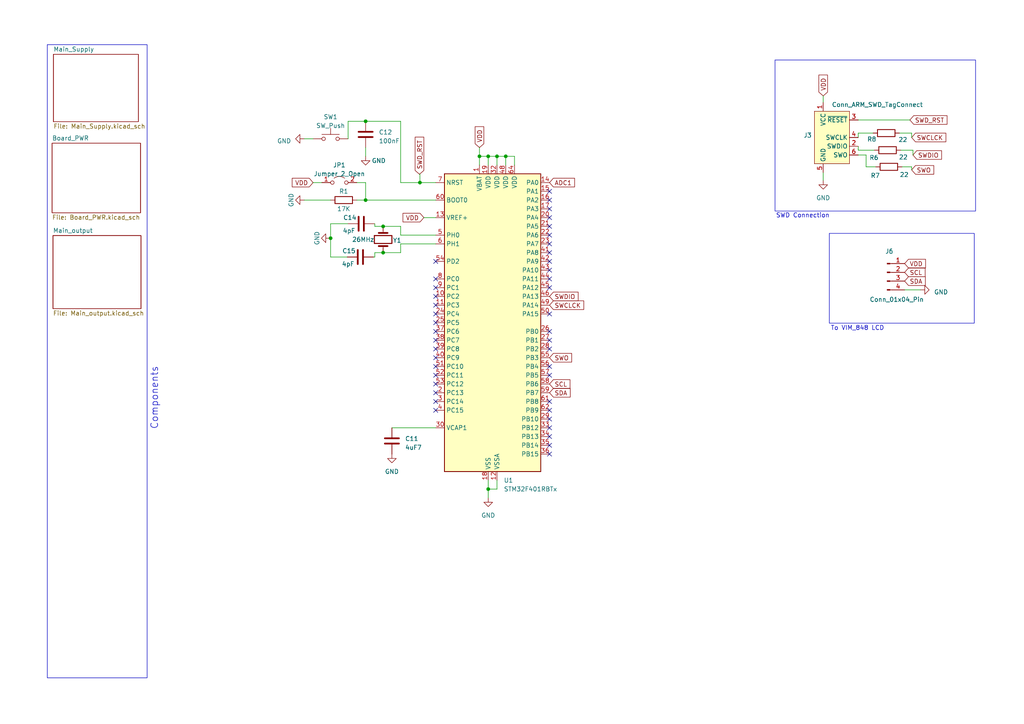
<source format=kicad_sch>
(kicad_sch (version 20230121) (generator eeschema)
  (paper "A4")
  (title_block (title "Power Supply") (date "2023-03-20") (rev "1.0") (company "Eric Mullally"))
  (lib_symbols
    (symbol "Connector:Conn_01x04_Pin" (pin_names (offset 1.016) hide)
      (property "Reference" "J" (at 0 5.08 0))
      (property "Value" "Conn_01x04_Pin" (at 0 -7.62 0))
      (symbol "Conn_01x04_Pin_1_1"
        (polyline (pts (xy 1.27 -5.08) (xy 0.8636 -5.08)) (stroke (width 0.1524)))
        (polyline (pts (xy 1.27 -2.54) (xy 0.8636 -2.54)) (stroke (width 0.1524)))
        (polyline (pts (xy 1.27 0) (xy 0.8636 0)) (stroke (width 0.1524)))
        (polyline (pts (xy 1.27 2.54) (xy 0.8636 2.54)) (stroke (width 0.1524)))
        (rectangle (start 0.8636 -4.953) (end 0 -5.207) (stroke (width 0.1524)) (fill (type outline)))
        (rectangle (start 0.8636 -2.413) (end 0 -2.667) (stroke (width 0.1524)) (fill (type outline)))
        (rectangle (start 0.8636 0.127) (end 0 -0.127) (stroke (width 0.1524)) (fill (type outline)))
        (rectangle (start 0.8636 2.667) (end 0 2.413) (stroke (width 0.1524)) (fill (type outline)))
        (pin passive line (at 5.08 2.54 180) (length 3.81) (name "Pin_1") (number "1"))
        (pin passive line (at 5.08 0 180) (length 3.81) (name "Pin_2") (number "2"))
        (pin passive line (at 5.08 -2.54 180) (length 3.81) (name "Pin_3") (number "3"))
        (pin passive line (at 5.08 -5.08 180) (length 3.81) (name "Pin_4") (number "4"))
      )
    )
    (symbol "Connector:Conn_ARM_SWD_TagConnect_TC2030-NL" (in_bom no)
      (property "Reference" "J" (at 2.54 11.43 0))
      (property "Value" "Conn_ARM_SWD_TagConnect_TC2030-NL" (at 2.54 8.89 0))
      (symbol "Conn_ARM_SWD_TagConnect_TC2030-NL_0_0"
        (pin power_in line (at -2.54 10.16 270) (length 2.54) (name "VCC") (number "1"))
        (pin bidirectional line (at 7.62 -2.54 180) (length 2.54) (name "SWDIO") (number "2"))
        (pin open_collector line (at 7.62 5.08 180) (length 2.54) (name "~{RESET}") (number "3"))
        (pin output line (at 7.62 0 180) (length 2.54) (name "SWCLK") (number "4"))
        (pin power_in line (at -2.54 -10.16 90) (length 2.54) (name "GND") (number "5"))
        (pin input line (at 7.62 -5.08 180) (length 2.54) (name "SWO") (number "6"))
      )
      (symbol "Conn_ARM_SWD_TagConnect_TC2030-NL_0_1"
        (rectangle (start -5.08 7.62) (end 5.08 -7.62) (fill (type background)))
      )
    )
    (symbol "Device:C" (pin_numbers hide) (pin_names (offset 0.254))
      (property "Reference" "C" (at 0.635 2.54 0))
      (property "Value" "C" (at 0.635 -2.54 0))
      (symbol "C_0_1"
        (polyline (pts (xy -2.032 -0.762) (xy 2.032 -0.762)) (stroke (width 0.508)))
        (polyline (pts (xy -2.032 0.762) (xy 2.032 0.762)) (stroke (width 0.508)))
      )
      (symbol "C_1_1"
        (pin passive line (at 0 3.81 270) (length 2.794) (name "~") (number "1"))
        (pin passive line (at 0 -3.81 90) (length 2.794) (name "~") (number "2"))
      )
    )
    (symbol "Device:Crystal" (pin_numbers hide) (pin_names (offset 1.016) hide)
      (property "Reference" "Y" (at 0 3.81 0))
      (property "Value" "Crystal" (at 0 -3.81 0))
      (symbol "Crystal_0_1"
        (rectangle (start -1.143 2.54) (end 1.143 -2.54) (stroke (width 0.3048)))
        (polyline (pts (xy -2.54 0) (xy -1.905 0)))
        (polyline (pts (xy -1.905 -1.27) (xy -1.905 1.27)) (stroke (width 0.508)))
        (polyline (pts (xy 1.905 -1.27) (xy 1.905 1.27)) (stroke (width 0.508)))
        (polyline (pts (xy 2.54 0) (xy 1.905 0)))
      )
      (symbol "Crystal_1_1"
        (pin passive line (at -3.81 0 0) (length 1.27) (name "1") (number "1"))
        (pin passive line (at 3.81 0 180) (length 1.27) (name "2") (number "2"))
      )
    )
    (symbol "Device:R" (pin_numbers hide) (pin_names (offset 0))
      (property "Reference" "R" (at 2.032 0 90))
      (property "Value" "R" (at 0 0 90))
      (symbol "R_0_1"
        (rectangle (start -1.016 -2.54) (end 1.016 2.54) (stroke (width 0.254)))
      )
      (symbol "R_1_1"
        (pin passive line (at 0 3.81 270) (length 1.27) (name "~") (number "1"))
        (pin passive line (at 0 -3.81 90) (length 1.27) (name "~") (number "2"))
      )
    )
    (symbol "Jumper:Jumper_2_Open" (pin_names (offset 0) hide)
      (property "Reference" "JP" (at 0 2.794 0))
      (property "Value" "Jumper_2_Open" (at 0 -2.286 0))
      (symbol "Jumper_2_Open_0_0"
        (circle (center -2.032 0) (radius 0.508))
        (circle (center 2.032 0) (radius 0.508))
      )
      (symbol "Jumper_2_Open_0_1"
        (arc (start 1.524 1.27) (mid 0 1.778) (end -1.524 1.27))
      )
      (symbol "Jumper_2_Open_1_1"
        (pin passive line (at -5.08 0 0) (length 2.54) (name "A") (number "1"))
        (pin passive line (at 5.08 0 180) (length 2.54) (name "B") (number "2"))
      )
    )
    (symbol "MCU_ST_STM32F4:STM32F401RBTx"
      (property "Reference" "U" (at -12.7 44.45 0))
      (property "Value" "STM32F401RBTx" (at 10.16 44.45 0))
      (symbol "STM32F401RBTx_0_1"
        (rectangle (start -12.7 -43.18) (end 15.24 43.18) (stroke (width 0.254)) (fill (type background)))
      )
      (symbol "STM32F401RBTx_1_1"
        (pin power_in line (at -2.54 45.72 270) (length 2.54) (name "VBAT") (number "1"))
        (pin bidirectional line (at -15.24 7.62 0) (length 2.54) (name "PC2") (number "10"))
        (pin bidirectional line (at -15.24 5.08 0) (length 2.54) (name "PC3") (number "11"))
        (pin power_in line (at 2.54 -45.72 90) (length 2.54) (name "VSSA") (number "12"))
        (pin input line (at -15.24 30.48 0) (length 2.54) (name "VREF+") (number "13"))
        (pin bidirectional line (at 17.78 40.64 180) (length 2.54) (name "PA0") (number "14"))
        (pin bidirectional line (at 17.78 38.1 180) (length 2.54) (name "PA1") (number "15"))
        (pin bidirectional line (at 17.78 35.56 180) (length 2.54) (name "PA2") (number "16"))
        (pin bidirectional line (at 17.78 33.02 180) (length 2.54) (name "PA3") (number "17"))
        (pin power_in line (at 0 -45.72 90) (length 2.54) (name "VSS") (number "18"))
        (pin power_in line (at 0 45.72 270) (length 2.54) (name "VDD") (number "19"))
        (pin bidirectional line (at -15.24 -20.32 0) (length 2.54) (name "PC13") (number "2"))
        (pin bidirectional line (at 17.78 30.48 180) (length 2.54) (name "PA4") (number "20"))
        (pin bidirectional line (at 17.78 27.94 180) (length 2.54) (name "PA5") (number "21"))
        (pin bidirectional line (at 17.78 25.4 180) (length 2.54) (name "PA6") (number "22"))
        (pin bidirectional line (at 17.78 22.86 180) (length 2.54) (name "PA7") (number "23"))
        (pin bidirectional line (at -15.24 2.54 0) (length 2.54) (name "PC4") (number "24"))
        (pin bidirectional line (at -15.24 0 0) (length 2.54) (name "PC5") (number "25"))
        (pin bidirectional line (at 17.78 -2.54 180) (length 2.54) (name "PB0") (number "26"))
        (pin bidirectional line (at 17.78 -5.08 180) (length 2.54) (name "PB1") (number "27"))
        (pin bidirectional line (at 17.78 -7.62 180) (length 2.54) (name "PB2") (number "28"))
        (pin bidirectional line (at 17.78 -27.94 180) (length 2.54) (name "PB10") (number "29"))
        (pin bidirectional line (at -15.24 -22.86 0) (length 2.54) (name "PC14") (number "3"))
        (pin power_out line (at -15.24 -30.48 0) (length 2.54) (name "VCAP1") (number "30"))
        (pin passive line (at 0 -45.72 90) (length 2.54) hide (name "VSS") (number "31"))
        (pin power_in line (at 2.54 45.72 270) (length 2.54) (name "VDD") (number "32"))
        (pin bidirectional line (at 17.78 -30.48 180) (length 2.54) (name "PB12") (number "33"))
        (pin bidirectional line (at 17.78 -33.02 180) (length 2.54) (name "PB13") (number "34"))
        (pin bidirectional line (at 17.78 -35.56 180) (length 2.54) (name "PB14") (number "35"))
        (pin bidirectional line (at 17.78 -38.1 180) (length 2.54) (name "PB15") (number "36"))
        (pin bidirectional line (at -15.24 -2.54 0) (length 2.54) (name "PC6") (number "37"))
        (pin bidirectional line (at -15.24 -5.08 0) (length 2.54) (name "PC7") (number "38"))
        (pin bidirectional line (at -15.24 -7.62 0) (length 2.54) (name "PC8") (number "39"))
        (pin bidirectional line (at -15.24 -25.4 0) (length 2.54) (name "PC15") (number "4"))
        (pin bidirectional line (at -15.24 -10.16 0) (length 2.54) (name "PC9") (number "40"))
        (pin bidirectional line (at 17.78 20.32 180) (length 2.54) (name "PA8") (number "41"))
        (pin bidirectional line (at 17.78 17.78 180) (length 2.54) (name "PA9") (number "42"))
        (pin bidirectional line (at 17.78 15.24 180) (length 2.54) (name "PA10") (number "43"))
        (pin bidirectional line (at 17.78 12.7 180) (length 2.54) (name "PA11") (number "44"))
        (pin bidirectional line (at 17.78 10.16 180) (length 2.54) (name "PA12") (number "45"))
        (pin bidirectional line (at 17.78 7.62 180) (length 2.54) (name "PA13") (number "46"))
        (pin passive line (at 0 -45.72 90) (length 2.54) hide (name "VSS") (number "47"))
        (pin power_in line (at 5.08 45.72 270) (length 2.54) (name "VDD") (number "48"))
        (pin bidirectional line (at 17.78 5.08 180) (length 2.54) (name "PA14") (number "49"))
        (pin bidirectional line (at -15.24 25.4 0) (length 2.54) (name "PH0") (number "5"))
        (pin bidirectional line (at 17.78 2.54 180) (length 2.54) (name "PA15") (number "50"))
        (pin bidirectional line (at -15.24 -12.7 0) (length 2.54) (name "PC10") (number "51"))
        (pin bidirectional line (at -15.24 -15.24 0) (length 2.54) (name "PC11") (number "52"))
        (pin bidirectional line (at -15.24 -17.78 0) (length 2.54) (name "PC12") (number "53"))
        (pin bidirectional line (at -15.24 17.78 0) (length 2.54) (name "PD2") (number "54"))
        (pin bidirectional line (at 17.78 -10.16 180) (length 2.54) (name "PB3") (number "55"))
        (pin bidirectional line (at 17.78 -12.7 180) (length 2.54) (name "PB4") (number "56"))
        (pin bidirectional line (at 17.78 -15.24 180) (length 2.54) (name "PB5") (number "57"))
        (pin bidirectional line (at 17.78 -17.78 180) (length 2.54) (name "PB6") (number "58"))
        (pin bidirectional line (at 17.78 -20.32 180) (length 2.54) (name "PB7") (number "59"))
        (pin bidirectional line (at -15.24 22.86 0) (length 2.54) (name "PH1") (number "6"))
        (pin input line (at -15.24 35.56 0) (length 2.54) (name "BOOT0") (number "60"))
        (pin bidirectional line (at 17.78 -22.86 180) (length 2.54) (name "PB8") (number "61"))
        (pin bidirectional line (at 17.78 -25.4 180) (length 2.54) (name "PB9") (number "62"))
        (pin passive line (at 0 -45.72 90) (length 2.54) hide (name "VSS") (number "63"))
        (pin power_in line (at 7.62 45.72 270) (length 2.54) (name "VDD") (number "64"))
        (pin input line (at -15.24 40.64 0) (length 2.54) (name "NRST") (number "7"))
        (pin bidirectional line (at -15.24 12.7 0) (length 2.54) (name "PC0") (number "8"))
        (pin bidirectional line (at -15.24 10.16 0) (length 2.54) (name "PC1") (number "9"))
      )
    )
    (symbol "Switch:SW_Push" (pin_numbers hide) (pin_names (offset 1.016) hide)
      (property "Reference" "SW" (at 1.27 2.54 0))
      (property "Value" "SW_Push" (at 0 -1.524 0))
      (symbol "SW_Push_0_1"
        (circle (center -2.032 0) (radius 0.508))
        (polyline (pts (xy 0 1.27) (xy 0 3.048)))
        (polyline (pts (xy 2.54 1.27) (xy -2.54 1.27)))
        (circle (center 2.032 0) (radius 0.508))
        (pin passive line (at -5.08 0 0) (length 2.54) (name "1") (number "1"))
        (pin passive line (at 5.08 0 180) (length 2.54) (name "2") (number "2"))
      )
    )
    (symbol "power:GND" (power) (pin_names (offset 0))
      (property "Value" "GND" (at 0 -3.81 0))
      (symbol "GND_0_1"
        (polyline (pts (xy 0 0) (xy 0 -1.27) (xy 1.27 -1.27) (xy 0 -2.54) (xy -1.27 -1.27) (xy 0 -1.27)))
      )
      (symbol "GND_1_1"
        (pin power_in line (at 0 0 270) (length 0) hide (name "GND") (number "1"))
      )
    )
  )
  (junction (at 106.045 58.039))
  (junction (at 106.045 35.179))
  (junction (at 144.145 45.339))
  (junction (at 95.885 69.088))
  (junction (at 141.605 141.859))
  (junction (at 146.685 45.339))
  (junction (at 141.605 45.339))
  (junction (at 111.125 65.659))
  (junction (at 139.065 45.339))
  (junction (at 111.125 73.279))
  (junction (at 121.793 52.959))
  (no_connect (at 159.385 75.819))
  (no_connect (at 159.385 73.279))
  (no_connect (at 126.365 83.439))
  (no_connect (at 126.365 103.759))
  (no_connect (at 159.385 124.079))
  (no_connect (at 159.385 91.059))
  (no_connect (at 159.385 55.499))
  (no_connect (at 159.385 83.439))
  (no_connect (at 126.365 88.519))
  (no_connect (at 126.365 96.139))
  (no_connect (at 126.365 80.899))
  (no_connect (at 159.385 98.679))
  (no_connect (at 159.385 80.899))
  (no_connect (at 159.385 121.539))
  (no_connect (at 159.385 108.839))
  (no_connect (at 159.385 96.139))
  (no_connect (at 159.385 58.039))
  (no_connect (at 126.365 111.379))
  (no_connect (at 159.385 63.119))
  (no_connect (at 159.385 78.359))
  (no_connect (at 159.385 68.199))
  (no_connect (at 126.365 75.819))
  (no_connect (at 126.365 93.599))
  (no_connect (at 159.385 65.659))
  (no_connect (at 126.365 108.839))
  (no_connect (at 126.365 91.059))
  (no_connect (at 126.365 116.459))
  (no_connect (at 159.385 126.619))
  (no_connect (at 159.385 70.739))
  (no_connect (at 159.385 106.299))
  (no_connect (at 159.385 131.699))
  (no_connect (at 159.385 60.579))
  (no_connect (at 126.365 106.299))
  (no_connect (at 126.365 118.999))
  (no_connect (at 126.365 85.979))
  (no_connect (at 126.365 113.919))
  (no_connect (at 159.385 118.999))
  (no_connect (at 126.365 98.679))
  (no_connect (at 159.385 101.219))
  (no_connect (at 159.385 129.159))
  (no_connect (at 159.385 116.459))
  (no_connect (at 126.365 101.219))
  (wire (pts (xy 88.265 40.259) (xy 90.805 40.259)))
  (wire (pts (xy 106.045 58.039) (xy 126.365 58.039)))
  (wire (pts (xy 103.505 52.959) (xy 106.045 52.959)))
  (wire (pts (xy 100.965 40.259) (xy 100.965 35.179)))
  (wire (pts (xy 100.965 35.179) (xy 106.045 35.179)))
  (wire (pts (xy 144.145 139.319) (xy 144.145 141.859)))
  (wire (pts (xy 126.365 70.739) (xy 116.205 70.739)))
  (wire (pts (xy 261.62 48.387) (xy 264.414 48.387)))
  (wire (pts (xy 116.205 68.199) (xy 116.205 65.659)))
  (wire (pts (xy 149.225 47.879) (xy 149.225 45.339)))
  (wire (pts (xy 264.795 43.561) (xy 264.795 44.958)))
  (wire (pts (xy 116.205 70.739) (xy 116.205 73.279)))
  (wire (pts (xy 248.92 43.561) (xy 248.92 42.418)))
  (wire (pts (xy 141.605 139.319) (xy 141.605 141.859)))
  (wire (pts (xy 108.712 65.659) (xy 111.125 65.659)))
  (wire (pts (xy 111.125 65.659) (xy 116.205 65.659)))
  (wire (pts (xy 261.239 43.561) (xy 264.795 43.561)))
  (wire (pts (xy 100.965 64.897) (xy 95.885 64.897)))
  (wire (pts (xy 146.685 47.879) (xy 146.685 45.339)))
  (wire (pts (xy 106.045 45.339) (xy 106.045 42.799)))
  (wire (pts (xy 266.954 84.074) (xy 262.382 84.074)))
  (wire (pts (xy 121.793 50.546) (xy 121.793 52.959)))
  (wire (pts (xy 111.125 73.279) (xy 116.205 73.279)))
  (wire (pts (xy 251.206 48.387) (xy 254 48.387)))
  (wire (pts (xy 90.805 52.959) (xy 93.345 52.959)))
  (wire (pts (xy 248.92 43.561) (xy 253.619 43.561)))
  (wire (pts (xy 121.666 50.546) (xy 121.793 50.546)))
  (wire (pts (xy 95.885 64.897) (xy 95.885 69.088)))
  (wire (pts (xy 141.605 141.859) (xy 141.605 144.399)))
  (wire (pts (xy 126.365 52.959) (xy 121.793 52.959)))
  (wire (pts (xy 108.712 74.549) (xy 108.712 73.279)))
  (wire (pts (xy 108.712 73.279) (xy 111.125 73.279)))
  (wire (pts (xy 260.858 38.608) (xy 264.414 38.608)))
  (wire (pts (xy 108.331 74.549) (xy 108.712 74.549)))
  (wire (pts (xy 248.92 34.798) (xy 263.906 34.798)))
  (wire (pts (xy 248.92 44.958) (xy 251.206 44.958)))
  (wire (pts (xy 248.92 38.608) (xy 248.92 39.878)))
  (wire (pts (xy 106.045 52.959) (xy 106.045 58.039)))
  (wire (pts (xy 144.145 45.339) (xy 146.685 45.339)))
  (wire (pts (xy 248.92 38.608) (xy 253.238 38.608)))
  (wire (pts (xy 238.76 27.813) (xy 238.76 29.718)))
  (wire (pts (xy 116.205 52.959) (xy 116.205 35.179)))
  (wire (pts (xy 264.414 38.608) (xy 264.414 39.878)))
  (wire (pts (xy 139.065 42.799) (xy 139.065 45.339)))
  (wire (pts (xy 144.145 45.339) (xy 144.145 47.879)))
  (wire (pts (xy 141.605 45.339) (xy 139.065 45.339)))
  (wire (pts (xy 108.585 64.897) (xy 108.712 64.897)))
  (wire (pts (xy 116.205 35.179) (xy 106.045 35.179)))
  (wire (pts (xy 95.758 69.088) (xy 95.885 69.088)))
  (wire (pts (xy 121.793 52.959) (xy 116.205 52.959)))
  (wire (pts (xy 108.712 64.897) (xy 108.712 65.659)))
  (wire (pts (xy 88.265 58.039) (xy 95.885 58.039)))
  (wire (pts (xy 238.76 52.324) (xy 238.76 50.038)))
  (wire (pts (xy 126.365 68.199) (xy 116.205 68.199)))
  (wire (pts (xy 100.711 74.549) (xy 95.885 74.549)))
  (wire (pts (xy 144.145 141.859) (xy 141.605 141.859)))
  (wire (pts (xy 103.505 58.039) (xy 106.045 58.039)))
  (wire (pts (xy 144.145 45.339) (xy 141.605 45.339)))
  (wire (pts (xy 146.685 45.339) (xy 149.225 45.339)))
  (wire (pts (xy 251.206 44.958) (xy 251.206 48.387)))
  (wire (pts (xy 122.936 63.119) (xy 126.365 63.119)))
  (wire (pts (xy 95.885 74.549) (xy 95.885 69.088)))
  (wire (pts (xy 139.065 45.339) (xy 139.065 47.879)))
  (wire (pts (xy 264.414 48.387) (xy 264.414 49.276)))
  (wire (pts (xy 141.605 45.339) (xy 141.605 47.879)))
  (wire (pts (xy 113.665 124.079) (xy 126.365 124.079)))
  (rectangle (start 13.716 12.954) (end 42.672 196.596))
  (rectangle (start 224.79 17.399) (end 282.956 61.214))
  (rectangle (start 240.538 67.691) (end 282.575 93.726))
  (text "SWD Connection" (at 225.044 63.373 0) (effects (font (size 1.27 1.27)) (justify left bottom)))
  (text "To VIM_848 LCD\n" (at 240.919 96.012 0) (effects (font (size 1.27 1.27)) (justify left bottom)))
  (text "Components\n" (at 45.974 124.714 90) (effects (font (size 2 2)) (justify left bottom)))
  (global_label "SWCLCK" (shape input) (at 264.414 39.878 0) (property "Intersheetrefs" "${INTERSHEET_REFS}" (effects hide)))
  (global_label "VDD" (shape input) (at 139.065 42.799 90) (property "Intersheetrefs" "${INTERSHEET_REFS}" (effects hide)))
  (global_label "SWD_RST" (shape input) (at 121.666 50.546 90) (property "Intersheetrefs" "${INTERSHEET_REFS}" (effects hide)))
  (global_label "VDD" (shape input) (at 262.382 76.454 0) (property "Intersheetrefs" "${INTERSHEET_REFS}" (effects hide)))
  (global_label "SWDIO" (shape input) (at 264.795 44.958 0) (property "Intersheetrefs" "${INTERSHEET_REFS}" (effects hide)))
  (global_label "SWO" (shape input) (at 159.385 103.759 0) (property "Intersheetrefs" "${INTERSHEET_REFS}" (effects hide)))
  (global_label "SCL" (shape input) (at 262.382 78.994 0) (property "Intersheetrefs" "${INTERSHEET_REFS}" (effects hide)))
  (global_label "VDD" (shape input) (at 90.805 52.959 180) (property "Intersheetrefs" "${INTERSHEET_REFS}" (effects hide)))
  (global_label "VDD" (shape input) (at 238.76 27.813 90) (property "Intersheetrefs" "${INTERSHEET_REFS}" (effects hide)))
  (global_label "ADC1" (shape input) (at 159.385 52.959 0) (property "Intersheetrefs" "${INTERSHEET_REFS}" (effects hide)))
  (global_label "VDD" (shape input) (at 122.936 63.119 180) (property "Intersheetrefs" "${INTERSHEET_REFS}" (effects hide)))
  (global_label "SWCLCK" (shape input) (at 159.385 88.519 0) (property "Intersheetrefs" "${INTERSHEET_REFS}" (effects hide)))
  (global_label "SDA" (shape input) (at 262.382 81.534 0) (property "Intersheetrefs" "${INTERSHEET_REFS}" (effects hide)))
  (global_label "SWDIO" (shape input) (at 159.385 85.979 0) (property "Intersheetrefs" "${INTERSHEET_REFS}" (effects hide)))
  (global_label "SCL" (shape input) (at 159.385 111.379 0) (property "Intersheetrefs" "${INTERSHEET_REFS}" (effects hide)))
  (global_label "SWD_RST" (shape input) (at 263.906 34.798 0) (property "Intersheetrefs" "${INTERSHEET_REFS}" (effects hide)))
  (global_label "SWO" (shape input) (at 264.414 49.276 0) (property "Intersheetrefs" "${INTERSHEET_REFS}" (effects hide)))
  (global_label "SDA" (shape input) (at 159.385 113.919 0) (property "Intersheetrefs" "${INTERSHEET_REFS}" (effects hide)))
  (symbol (lib_id "power:GND") (at 113.665 131.699 0) (unit 1)
    (property "Reference" "#PWR03" (effects hide))
    (property "Value" "GND" (at 113.665 136.779 0))
  )
  (symbol (lib_id "Connector:Conn_01x04_Pin") (at 257.302 78.994 0) (unit 1)
    (property "Reference" "J6" (at 257.937 72.898 0))
    (property "Value" "Conn_01x04_Pin" (at 260.096 86.868 0))
  )
  (symbol (lib_id "power:GND") (at 88.265 58.039 270) (unit 1)
    (property "Reference" "#PWR06" (effects hide))
    (property "Value" "GND" (at 84.455 58.039 0))
  )
  (symbol (lib_id "Device:Crystal") (at 111.125 69.469 90) (unit 1)
    (property "Reference" "Y1" (at 113.919 69.723 90) (effects (justify right)))
    (property "Value" "26MHz" (at 102.108 69.469 90) (effects (justify right)))
  )
  (symbol (lib_id "power:GND") (at 141.605 144.399 0) (unit 1)
    (property "Reference" "#PWR02" (effects hide))
    (property "Value" "GND" (at 141.605 149.479 0))
  )
  (symbol (lib_id "Device:R") (at 257.81 48.387 90) (unit 1)
    (property "Reference" "R7" (at 253.873 50.927 90))
    (property "Value" "22" (at 262.255 50.673 90))
  )
  (symbol (lib_id "Device:C") (at 113.665 127.889 0) (unit 1)
    (property "Reference" "C11" (at 117.475 127.254 0) (effects (justify left)))
    (property "Value" "4uF7" (at 117.475 129.794 0) (effects (justify left)))
  )
  (symbol (lib_id "Device:R") (at 99.695 58.039 90) (unit 1)
    (property "Reference" "R1" (at 99.695 55.499 90))
    (property "Value" "17K" (at 99.695 60.579 90))
  )
  (symbol (lib_id "MCU_ST_STM32F4:STM32F401RBTx") (at 141.605 93.599 0) (unit 1)
    (property "Reference" "U1" (at 146.1009 139.319 0) (effects (justify left)))
    (property "Value" "STM32F401RBTx" (at 146.1009 141.859 0) (effects (justify left)))
    (property "Footprint" "Package_QFP:LQFP-64_10x10mm_P0.5mm" (effects hide))
    (property "Datasheet" "https://www.st.com/resource/en/datasheet/stm32f401rb.pdf" (effects hide))
  )
  (symbol (lib_id "power:GND") (at 266.954 84.074 90) (unit 1)
    (property "Reference" "#PWR037" (effects hide))
    (property "Value" "GND" (at 270.891 84.709 90) (effects (justify right)))
  )
  (symbol (lib_id "power:GND") (at 106.045 45.339 0) (unit 1)
    (property "Reference" "#PWR04" (effects hide))
    (property "Value" "GND" (at 109.855 46.609 0))
  )
  (symbol (lib_id "Device:C") (at 106.045 38.989 0) (unit 1)
    (property "Reference" "C12" (at 109.855 38.354 0) (effects (justify left)))
    (property "Value" "100nF" (at 109.855 40.894 0) (effects (justify left)))
  )
  (symbol (lib_id "Jumper:Jumper_2_Open") (at 98.425 52.959 0) (unit 1)
    (property "Reference" "JP1" (at 98.425 47.879 0))
    (property "Value" "Jumper_2_Open" (at 98.425 50.419 0))
    (property "Footprint" "TestPoint:TestPoint_Bridge_Pitch2.54mm_Drill0.7mm" (effects hide))
  )
  (symbol (lib_id "Device:R") (at 257.429 43.561 90) (unit 1)
    (property "Reference" "R6" (at 253.492 45.72 90))
    (property "Value" "22" (at 262.001 45.593 90))
  )
  (symbol (lib_id "Connector:Conn_ARM_SWD_TagConnect_TC2030-NL") (at 241.3 39.878 0) (unit 1)
    (property "Reference" "J3" (at 235.458 39.243 0) (effects (justify right)))
    (property "Value" "Conn_ARM_SWD_TagConnect" (at 267.716 30.353 0) (effects (justify right)))
    (property "Footprint" "Connector:Tag-Connect_TC2030-IDC-NL_2x03_P1.27mm_Vertical" (effects hide))
    (property "Datasheet" "https://www.tag-connect.com/wp-content/uploads/bsk-pdf-manager/TC2030-CTX_1.pdf" (effects hide))
  )
  (symbol (lib_id "Device:R") (at 257.048 38.608 90) (unit 1)
    (property "Reference" "R8" (at 252.857 40.386 90))
    (property "Value" "22" (at 261.874 40.513 90))
  )
  (symbol (lib_id "Switch:SW_Push") (at 95.885 40.259 0) (unit 1)
    (property "Reference" "SW1" (at 95.885 33.909 0))
    (property "Value" "SW_Push" (at 95.885 36.449 0))
    (property "Footprint" "Button_Switch_THT:SW_PUSH_6mm_H7.3mm" (effects hide))
  )
  (symbol (lib_id "Device:C") (at 104.775 64.897 90) (unit 1)
    (property "Reference" "C14" (at 101.473 63.119 90))
    (property "Value" "4pF" (at 101.219 66.929 90))
  )
  (symbol (lib_id "Device:C") (at 104.521 74.549 90) (unit 1)
    (property "Reference" "C15" (at 101.219 72.771 90))
    (property "Value" "4pF" (at 100.965 76.581 90))
  )
  (symbol (lib_id "power:GND") (at 238.76 52.324 0) (unit 1)
    (property "Reference" "#PWR022" (effects hide))
    (property "Value" "GND" (at 238.76 57.404 0))
  )
  (symbol (lib_id "power:GND") (at 95.758 69.088 270) (unit 1)
    (property "Reference" "#PWR013" (effects hide))
    (property "Value" "GND" (at 91.948 69.088 0))
  )
  (symbol (lib_id "power:GND") (at 88.265 40.259 270) (unit 1)
    (property "Reference" "#PWR05" (effects hide))
    (property "Value" "GND" (at 84.455 40.894 90) (effects (justify right)))
  )
  (sheet (at 15.113 41.529) (size 25.654 20.193) (stroke (width 0.1524))
    (property "Sheetname" "Board_PWR" (at 15.113 40.8174 0) (effects (justify left bottom)))
    (property "Sheetfile" "Board_PWR.kicad_sch" (at 15.113 62.3066 0) (effects (justify left top)))
  )
  (sheet (at 15.367 68.326) (size 25.527 21.209) (stroke (width 0.1524))
    (property "Sheetname" "Main_output" (at 15.367 67.6144 0) (effects (justify left bottom)))
    (property "Sheetfile" "Main_output.kicad_sch" (at 15.367 90.1196 0) (effects (justify left top)))
  )
  (sheet (at 15.494 15.748) (size 24.638 19.558) (stroke (width 0.1524))
    (property "Sheetname" "Main_Supply" (at 15.494 15.0364 0) (effects (justify left bottom)))
    (property "Sheetfile" "Main_Supply.kicad_sch" (at 15.494 35.8906 0) (effects (justify left top)))
  )
)
</source>
